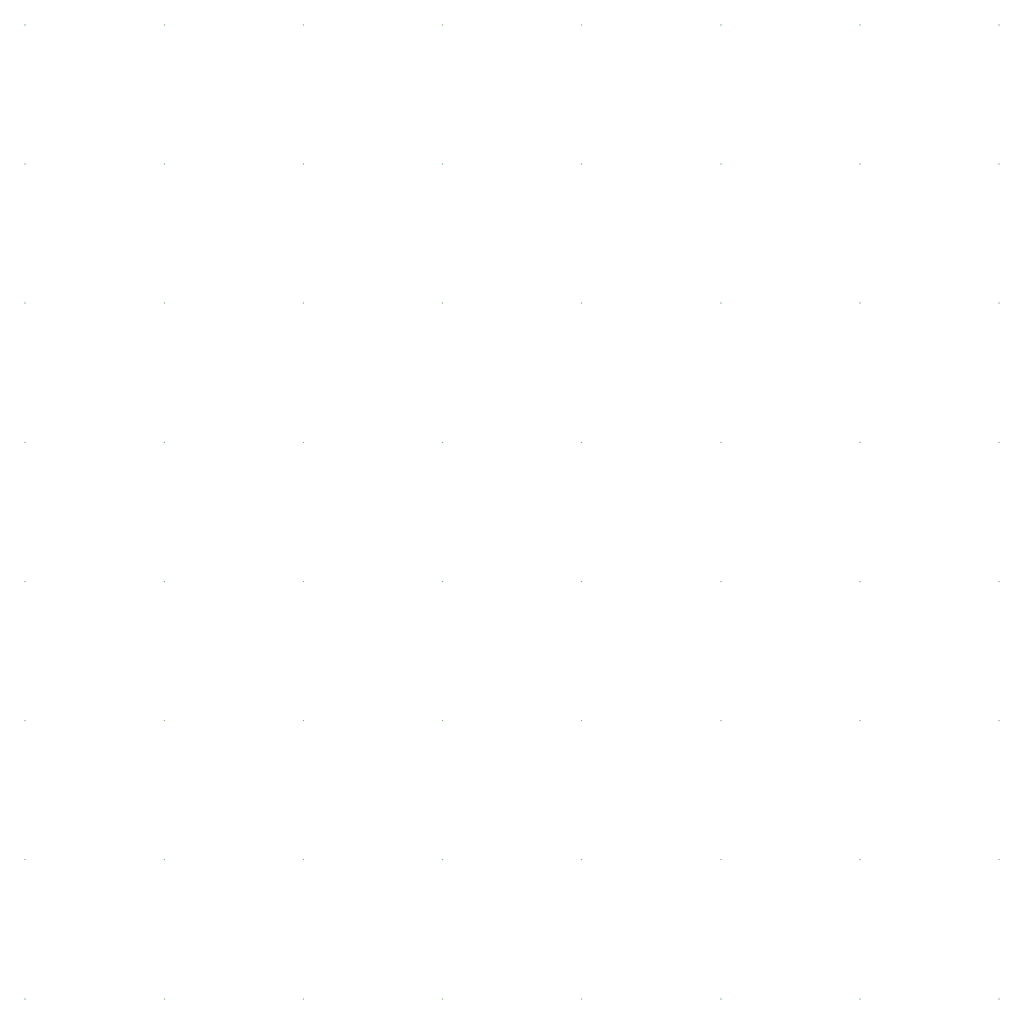
<source format=gbp>
%FSAX24Y24*%
%MOIN*%
G70*
G01*
G75*
G04 Layer_Color=128*
%ADD10R,0.2000X0.0700*%
G04:AMPARAMS|DCode=11|XSize=200mil|YSize=70mil|CornerRadius=17.5mil|HoleSize=0mil|Usage=FLASHONLY|Rotation=0.000|XOffset=0mil|YOffset=0mil|HoleType=Round|Shape=RoundedRectangle|*
%AMROUNDEDRECTD11*
21,1,0.2000,0.0350,0,0,0.0*
21,1,0.1650,0.0700,0,0,0.0*
1,1,0.0350,0.0825,-0.0175*
1,1,0.0350,-0.0825,-0.0175*
1,1,0.0350,-0.0825,0.0175*
1,1,0.0350,0.0825,0.0175*
%
%ADD11ROUNDEDRECTD11*%
%ADD12C,0.0500*%
%ADD13C,0.0300*%
%ADD14C,0.0200*%
%ADD15C,0.0650*%
%ADD16C,0.0551*%
%ADD17C,0.0600*%
%ADD18R,0.0600X0.0600*%
%ADD19C,0.0591*%
%ADD20R,0.0591X0.0591*%
%ADD21R,0.0600X0.0600*%
%ADD22O,0.0787X0.0394*%
%ADD23O,0.0787X0.0394*%
%ADD24R,0.0591X0.0591*%
%ADD25C,0.0500*%
%ADD26O,0.0800X0.0400*%
%ADD27R,0.0800X0.0400*%
%ADD28R,0.0532X0.0532*%
%ADD29C,0.0532*%
%ADD30C,0.0400*%
%ADD31R,0.0098X0.0098*%
%ADD32C,0.0100*%
%ADD33C,0.0079*%
%ADD34C,0.0118*%
%ADD35C,0.0197*%
%ADD36C,0.0080*%
%ADD37C,0.0059*%
%ADD38R,0.2080X0.0780*%
G04:AMPARAMS|DCode=39|XSize=208mil|YSize=78mil|CornerRadius=19.5mil|HoleSize=0mil|Usage=FLASHONLY|Rotation=0.000|XOffset=0mil|YOffset=0mil|HoleType=Round|Shape=RoundedRectangle|*
%AMROUNDEDRECTD39*
21,1,0.2080,0.0390,0,0,0.0*
21,1,0.1690,0.0780,0,0,0.0*
1,1,0.0390,0.0845,-0.0195*
1,1,0.0390,-0.0845,-0.0195*
1,1,0.0390,-0.0845,0.0195*
1,1,0.0390,0.0845,0.0195*
%
%ADD39ROUNDEDRECTD39*%
%ADD40C,0.0730*%
%ADD41C,0.0631*%
%ADD42C,0.0680*%
%ADD43R,0.0680X0.0680*%
%ADD44C,0.0671*%
%ADD45R,0.0671X0.0671*%
%ADD46R,0.0680X0.0680*%
%ADD47O,0.0867X0.0474*%
%ADD48O,0.0867X0.0474*%
%ADD49R,0.0671X0.0671*%
%ADD50C,0.0080*%
%ADD51C,0.0580*%
%ADD52O,0.0880X0.0480*%
%ADD53R,0.0880X0.0480*%
%ADD54R,0.0612X0.0612*%
%ADD55C,0.0612*%
%ADD56C,0.0480*%
%ADD57C,0.1950*%
D31*
X024950Y037250D02*
D03*
X034793D02*
D03*
X044635D02*
D03*
X054478D02*
D03*
X064320D02*
D03*
X074163D02*
D03*
X084005D02*
D03*
X093848D02*
D03*
X024950Y047093D02*
D03*
X034793D02*
D03*
X044635D02*
D03*
X054478D02*
D03*
X064320D02*
D03*
X074163D02*
D03*
X084005D02*
D03*
X093848D02*
D03*
X024950Y056935D02*
D03*
X034793D02*
D03*
X044635D02*
D03*
X054478D02*
D03*
X064320D02*
D03*
X074163D02*
D03*
X084005D02*
D03*
X093848D02*
D03*
X024950Y066778D02*
D03*
X034793D02*
D03*
X044635D02*
D03*
X054478D02*
D03*
X064320D02*
D03*
X074163D02*
D03*
X084005D02*
D03*
X093848D02*
D03*
X024950Y076620D02*
D03*
X034793D02*
D03*
X044635D02*
D03*
X054478D02*
D03*
X064320D02*
D03*
X074163D02*
D03*
X084005D02*
D03*
X093848D02*
D03*
X024950Y086463D02*
D03*
X034793D02*
D03*
X044635D02*
D03*
X054478D02*
D03*
X064320D02*
D03*
X074163D02*
D03*
X084005D02*
D03*
X093848D02*
D03*
X024950Y096305D02*
D03*
X034793D02*
D03*
X044635D02*
D03*
X054478D02*
D03*
X064320D02*
D03*
X074163D02*
D03*
X084005D02*
D03*
X093848D02*
D03*
X024950Y106148D02*
D03*
X034793D02*
D03*
X044635D02*
D03*
X054478D02*
D03*
X064320D02*
D03*
X074163D02*
D03*
X084005D02*
D03*
X093848D02*
D03*
M02*

</source>
